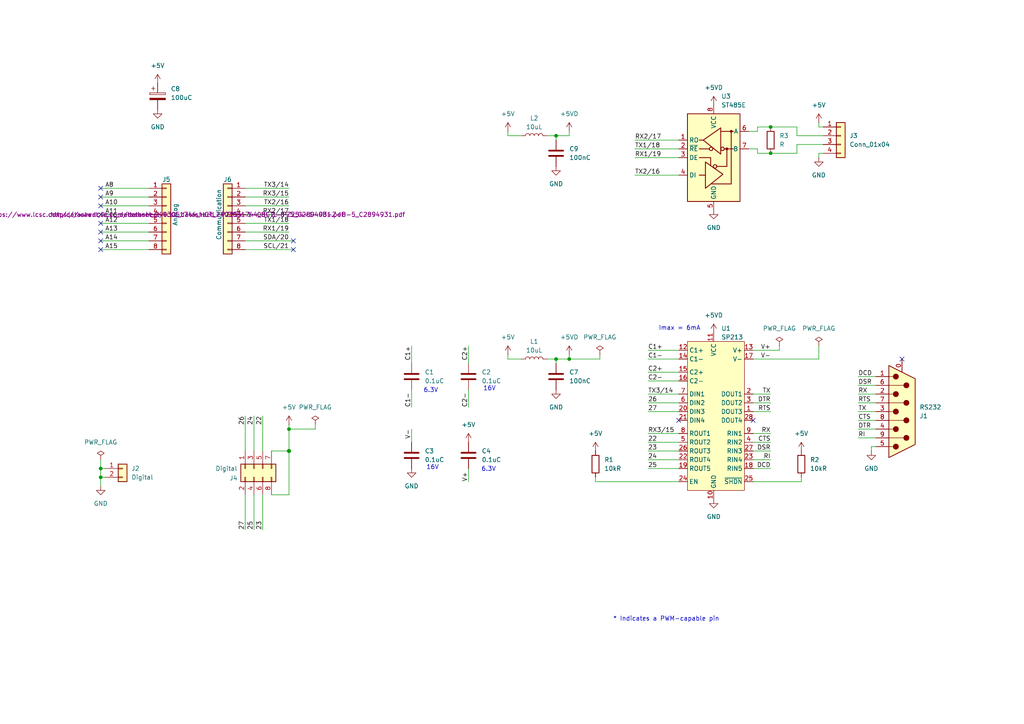
<source format=kicad_sch>
(kicad_sch (version 20231120) (generator "eeschema") (generator_version "8.0")
  (paper "A4")
  (title_block (date "mar. 31 mars 2015"))
  (lib_symbols
    (symbol "+5V_1" (power) (pin_numbers hide) (pin_names (offset 0) hide)
      (property "Value" "+5V" (at 0 3.556 0))
      (symbol "+5V_1_0_1"
        (polyline (pts (xy -0.762 1.27) (xy 0 2.54)))
        (polyline (pts (xy 0 0) (xy 0 2.54)))
        (polyline (pts (xy 0 2.54) (xy 0.762 1.27)))
      )
      (symbol "+5V_1_1_1"
        (pin power_in line (at 0 0 90) (length 0) (name "~") (number "1"))
      )
    )
    (symbol "Connector:DE9_Plug_MountingHoles" (pin_names (offset 1.016) hide)
      (property "Reference" "J" (at 0 16.51 0))
      (property "Value" "DE9_Plug_MountingHoles" (at 0 14.605 0))
      (symbol "DE9_Plug_MountingHoles_0_1"
        (circle (center -1.778 -10.16) (radius 0.762) (fill (type outline)))
        (circle (center -1.778 -5.08) (radius 0.762) (fill (type outline)))
        (circle (center -1.778 0) (radius 0.762) (fill (type outline)))
        (circle (center -1.778 5.08) (radius 0.762) (fill (type outline)))
        (circle (center -1.778 10.16) (radius 0.762) (fill (type outline)))
        (polyline (pts (xy -3.81 -10.16) (xy -2.54 -10.16)))
        (polyline (pts (xy -3.81 -7.62) (xy 0.508 -7.62)))
        (polyline (pts (xy -3.81 -5.08) (xy -2.54 -5.08)))
        (polyline (pts (xy -3.81 -2.54) (xy 0.508 -2.54)))
        (polyline (pts (xy -3.81 0) (xy -2.54 0)))
        (polyline (pts (xy -3.81 2.54) (xy 0.508 2.54)))
        (polyline (pts (xy -3.81 5.08) (xy -2.54 5.08)))
        (polyline (pts (xy -3.81 7.62) (xy 0.508 7.62)))
        (polyline (pts (xy -3.81 10.16) (xy -2.54 10.16)))
        (polyline (pts (xy -3.81 -13.335) (xy -3.81 13.335) (xy 3.81 9.525) (xy 3.81 -9.525) (xy -3.81 -13.335)) (stroke (width 0.254)) (fill (type background)))
        (circle (center 1.27 -7.62) (radius 0.762) (fill (type outline)))
        (circle (center 1.27 -2.54) (radius 0.762) (fill (type outline)))
        (circle (center 1.27 2.54) (radius 0.762) (fill (type outline)))
        (circle (center 1.27 7.62) (radius 0.762) (fill (type outline)))
      )
      (symbol "DE9_Plug_MountingHoles_1_1"
        (pin passive line (at 0 -15.24 90) (length 3.81) (name "PAD") (number "0"))
        (pin passive line (at -7.62 -10.16 0) (length 3.81) (name "1") (number "1"))
        (pin passive line (at -7.62 -5.08 0) (length 3.81) (name "2") (number "2"))
        (pin passive line (at -7.62 0 0) (length 3.81) (name "3") (number "3"))
        (pin passive line (at -7.62 5.08 0) (length 3.81) (name "4") (number "4"))
        (pin passive line (at -7.62 10.16 0) (length 3.81) (name "5") (number "5"))
        (pin passive line (at -7.62 -7.62 0) (length 3.81) (name "6") (number "6"))
        (pin passive line (at -7.62 -2.54 0) (length 3.81) (name "7") (number "7"))
        (pin passive line (at -7.62 2.54 0) (length 3.81) (name "8") (number "8"))
        (pin passive line (at -7.62 7.62 0) (length 3.81) (name "9") (number "9"))
      )
    )
    (symbol "Connector_Generic:Conn_01x02" (pin_names (offset 1.016) hide)
      (property "Reference" "J" (at 0 2.54 0))
      (property "Value" "Conn_01x02" (at 0 -5.08 0))
      (symbol "Conn_01x02_1_1"
        (rectangle (start -1.27 -2.413) (end 0 -2.667) (stroke (width 0.1524)))
        (rectangle (start -1.27 0.127) (end 0 -0.127) (stroke (width 0.1524)))
        (rectangle (start -1.27 1.27) (end 1.27 -3.81) (stroke (width 0.254)) (fill (type background)))
        (pin passive line (at -5.08 0 0) (length 3.81) (name "Pin_1") (number "1"))
        (pin passive line (at -5.08 -2.54 0) (length 3.81) (name "Pin_2") (number "2"))
      )
    )
    (symbol "Connector_Generic:Conn_01x04" (pin_names (offset 1.016) hide)
      (property "Reference" "J" (at 0 5.08 0))
      (property "Value" "Conn_01x04" (at 0 -7.62 0))
      (symbol "Conn_01x04_1_1"
        (rectangle (start -1.27 -4.953) (end 0 -5.207) (stroke (width 0.1524)))
        (rectangle (start -1.27 -2.413) (end 0 -2.667) (stroke (width 0.1524)))
        (rectangle (start -1.27 0.127) (end 0 -0.127) (stroke (width 0.1524)))
        (rectangle (start -1.27 2.667) (end 0 2.413) (stroke (width 0.1524)))
        (rectangle (start -1.27 3.81) (end 1.27 -6.35) (stroke (width 0.254)) (fill (type background)))
        (pin passive line (at -5.08 2.54 0) (length 3.81) (name "Pin_1") (number "1"))
        (pin passive line (at -5.08 0 0) (length 3.81) (name "Pin_2") (number "2"))
        (pin passive line (at -5.08 -2.54 0) (length 3.81) (name "Pin_3") (number "3"))
        (pin passive line (at -5.08 -5.08 0) (length 3.81) (name "Pin_4") (number "4"))
      )
    )
    (symbol "Connector_Generic:Conn_01x08" (pin_names (offset 1.016) hide)
      (property "Reference" "J" (at 0 10.16 0))
      (property "Value" "Conn_01x08" (at 0 -12.7 0))
      (symbol "Conn_01x08_1_1"
        (rectangle (start -1.27 -10.033) (end 0 -10.287) (stroke (width 0.1524)))
        (rectangle (start -1.27 -7.493) (end 0 -7.747) (stroke (width 0.1524)))
        (rectangle (start -1.27 -4.953) (end 0 -5.207) (stroke (width 0.1524)))
        (rectangle (start -1.27 -2.413) (end 0 -2.667) (stroke (width 0.1524)))
        (rectangle (start -1.27 0.127) (end 0 -0.127) (stroke (width 0.1524)))
        (rectangle (start -1.27 2.667) (end 0 2.413) (stroke (width 0.1524)))
        (rectangle (start -1.27 5.207) (end 0 4.953) (stroke (width 0.1524)))
        (rectangle (start -1.27 7.747) (end 0 7.493) (stroke (width 0.1524)))
        (rectangle (start -1.27 8.89) (end 1.27 -11.43) (stroke (width 0.254)) (fill (type background)))
        (pin passive line (at -5.08 7.62 0) (length 3.81) (name "Pin_1") (number "1"))
        (pin passive line (at -5.08 5.08 0) (length 3.81) (name "Pin_2") (number "2"))
        (pin passive line (at -5.08 2.54 0) (length 3.81) (name "Pin_3") (number "3"))
        (pin passive line (at -5.08 0 0) (length 3.81) (name "Pin_4") (number "4"))
        (pin passive line (at -5.08 -2.54 0) (length 3.81) (name "Pin_5") (number "5"))
        (pin passive line (at -5.08 -5.08 0) (length 3.81) (name "Pin_6") (number "6"))
        (pin passive line (at -5.08 -7.62 0) (length 3.81) (name "Pin_7") (number "7"))
        (pin passive line (at -5.08 -10.16 0) (length 3.81) (name "Pin_8") (number "8"))
      )
    )
    (symbol "Connector_Generic:Conn_02x04_Odd_Even" (pin_names (offset 1.016) hide)
      (property "Reference" "J" (at 1.27 5.08 0))
      (property "Value" "Conn_02x04_Odd_Even" (at 1.27 -7.62 0))
      (symbol "Conn_02x04_Odd_Even_1_1"
        (rectangle (start -1.27 -4.953) (end 0 -5.207) (stroke (width 0.1524)))
        (rectangle (start -1.27 -2.413) (end 0 -2.667) (stroke (width 0.1524)))
        (rectangle (start -1.27 0.127) (end 0 -0.127) (stroke (width 0.1524)))
        (rectangle (start -1.27 2.667) (end 0 2.413) (stroke (width 0.1524)))
        (rectangle (start -1.27 3.81) (end 3.81 -6.35) (stroke (width 0.254)) (fill (type background)))
        (rectangle (start 3.81 -4.953) (end 2.54 -5.207) (stroke (width 0.1524)))
        (rectangle (start 3.81 -2.413) (end 2.54 -2.667) (stroke (width 0.1524)))
        (rectangle (start 3.81 0.127) (end 2.54 -0.127) (stroke (width 0.1524)))
        (rectangle (start 3.81 2.667) (end 2.54 2.413) (stroke (width 0.1524)))
        (pin passive line (at -5.08 2.54 0) (length 3.81) (name "Pin_1") (number "1"))
        (pin passive line (at 7.62 2.54 180) (length 3.81) (name "Pin_2") (number "2"))
        (pin passive line (at -5.08 0 0) (length 3.81) (name "Pin_3") (number "3"))
        (pin passive line (at 7.62 0 180) (length 3.81) (name "Pin_4") (number "4"))
        (pin passive line (at -5.08 -2.54 0) (length 3.81) (name "Pin_5") (number "5"))
        (pin passive line (at 7.62 -2.54 180) (length 3.81) (name "Pin_6") (number "6"))
        (pin passive line (at -5.08 -5.08 0) (length 3.81) (name "Pin_7") (number "7"))
        (pin passive line (at 7.62 -5.08 180) (length 3.81) (name "Pin_8") (number "8"))
      )
    )
    (symbol "Device:C" (pin_numbers hide) (pin_names (offset 0.254))
      (property "Reference" "C" (at 0.635 2.54 0))
      (property "Value" "C" (at 0.635 -2.54 0))
      (symbol "C_0_1"
        (polyline (pts (xy -2.032 -0.762) (xy 2.032 -0.762)) (stroke (width 0.508)))
        (polyline (pts (xy -2.032 0.762) (xy 2.032 0.762)) (stroke (width 0.508)))
      )
      (symbol "C_1_1"
        (pin passive line (at 0 3.81 270) (length 2.794) (name "~") (number "1"))
        (pin passive line (at 0 -3.81 90) (length 2.794) (name "~") (number "2"))
      )
    )
    (symbol "Device:C_Polarized" (pin_numbers hide) (pin_names (offset 0.254))
      (property "Reference" "C" (at 0.635 2.54 0))
      (property "Value" "C_Polarized" (at 0.635 -2.54 0))
      (symbol "C_Polarized_0_1"
        (rectangle (start -2.286 0.508) (end 2.286 1.016))
        (polyline (pts (xy -1.778 2.286) (xy -0.762 2.286)))
        (polyline (pts (xy -1.27 2.794) (xy -1.27 1.778)))
        (rectangle (start 2.286 -0.508) (end -2.286 -1.016) (fill (type outline)))
      )
      (symbol "C_Polarized_1_1"
        (pin passive line (at 0 3.81 270) (length 2.794) (name "~") (number "1"))
        (pin passive line (at 0 -3.81 90) (length 2.794) (name "~") (number "2"))
      )
    )
    (symbol "Device:L" (pin_numbers hide) (pin_names (offset 1.016) hide)
      (property "Reference" "L" (at -1.27 0 90))
      (property "Value" "L" (at 1.905 0 90))
      (symbol "L_0_1"
        (arc (start 0 -2.54) (mid 0.6323 -1.905) (end 0 -1.27))
        (arc (start 0 -1.27) (mid 0.6323 -0.635) (end 0 0))
        (arc (start 0 0) (mid 0.6323 0.635) (end 0 1.27))
        (arc (start 0 1.27) (mid 0.6323 1.905) (end 0 2.54))
      )
      (symbol "L_1_1"
        (pin passive line (at 0 3.81 270) (length 1.27) (name "1") (number "1"))
        (pin passive line (at 0 -3.81 90) (length 1.27) (name "2") (number "2"))
      )
    )
    (symbol "Device:R" (pin_numbers hide) (pin_names (offset 0))
      (property "Reference" "R" (at 2.032 0 90))
      (property "Value" "R" (at 0 0 90))
      (symbol "R_0_1"
        (rectangle (start -1.016 -2.54) (end 1.016 2.54) (stroke (width 0.254)))
      )
      (symbol "R_1_1"
        (pin passive line (at 0 3.81 270) (length 1.27) (name "~") (number "1"))
        (pin passive line (at 0 -3.81 90) (length 1.27) (name "~") (number "2"))
      )
    )
    (symbol "GND_1" (power) (pin_numbers hide) (pin_names (offset 0) hide)
      (property "Value" "GND" (at 0 -3.81 0))
      (symbol "GND_1_0_1"
        (polyline (pts (xy 0 0) (xy 0 -1.27) (xy 1.27 -1.27) (xy 0 -2.54) (xy -1.27 -1.27) (xy 0 -1.27)))
      )
      (symbol "GND_1_1_1"
        (pin power_in line (at 0 0 270) (length 0) (name "~") (number "1"))
      )
    )
    (symbol "GND_2" (power) (pin_numbers hide) (pin_names (offset 0) hide)
      (property "Value" "GND" (at 0 -3.81 0))
      (symbol "GND_2_0_1"
        (polyline (pts (xy 0 0) (xy 0 -1.27) (xy 1.27 -1.27) (xy 0 -2.54) (xy -1.27 -1.27) (xy 0 -1.27)))
      )
      (symbol "GND_2_1_1"
        (pin power_in line (at 0 0 270) (length 0) (name "~") (number "1"))
      )
    )
    (symbol "Interface_UART:ST485E"
      (property "Reference" "U" (at -6.985 13.97 0))
      (property "Value" "ST485E" (at 2.54 13.97 0))
      (symbol "ST485E_0_1"
        (rectangle (start -7.62 12.7) (end 7.62 -12.7) (stroke (width 0.254)) (fill (type background)))
        (polyline (pts (xy -4.191 2.54) (xy -1.27 2.54)) (stroke (width 0.254)))
        (polyline (pts (xy -2.54 -5.08) (xy -4.191 -5.08)) (stroke (width 0.254)))
        (polyline (pts (xy -0.635 -7.62) (xy 5.08 -7.62)) (stroke (width 0.254)))
        (polyline (pts (xy 0.889 -2.54) (xy 3.81 -2.54)) (stroke (width 0.254)))
        (polyline (pts (xy 2.032 7.62) (xy 5.715 7.62)) (stroke (width 0.254)))
        (polyline (pts (xy 3.048 2.54) (xy 5.715 2.54)) (stroke (width 0.254)))
        (polyline (pts (xy 3.81 -2.54) (xy 3.81 2.54)) (stroke (width 0.254)))
        (polyline (pts (xy 5.08 -7.62) (xy 5.08 7.62)) (stroke (width 0.254)))
        (polyline (pts (xy -4.191 0) (xy -0.889 0) (xy -0.889 -2.286)) (stroke (width 0.254)))
        (polyline (pts (xy -3.175 5.08) (xy -4.191 5.08) (xy -4.064 5.08)) (stroke (width 0.254)))
        (polyline (pts (xy -2.413 -5.08) (xy -2.413 -1.27) (xy 2.667 -4.826) (xy -2.413 -8.89) (xy -2.413 -5.08)) (stroke (width 0.254)))
        (circle (center 0.381 -2.54) (radius 0.508) (stroke (width 0.254)))
        (circle (center 3.81 2.54) (radius 0.2794) (stroke (width 0.254)) (fill (type outline)))
      )
      (symbol "ST485E_1_1"
        (circle (center -0.762 2.54) (radius 0.508) (stroke (width 0.254)))
        (polyline (pts (xy 2.032 4.826) (xy 2.032 8.636) (xy -3.048 5.08) (xy 2.032 1.016) (xy 2.032 4.826)) (stroke (width 0.254)))
        (circle (center 2.54 2.54) (radius 0.508) (stroke (width 0.254)))
        (circle (center 5.08 7.62) (radius 0.2794) (stroke (width 0.254)) (fill (type outline)))
        (pin output line (at -10.16 5.08 0) (length 2.54) (name "RO") (number "1"))
        (pin input line (at -10.16 2.54 0) (length 2.54) (name "~{RE}") (number "2"))
        (pin input line (at -10.16 0 0) (length 2.54) (name "DE") (number "3"))
        (pin input line (at -10.16 -5.08 0) (length 2.54) (name "DI") (number "4"))
        (pin power_in line (at 0 -15.24 90) (length 2.54) (name "GND") (number "5"))
        (pin bidirectional line (at 10.16 7.62 180) (length 2.54) (name "A") (number "6"))
        (pin bidirectional line (at 10.16 2.54 180) (length 2.54) (name "B") (number "7"))
        (pin power_in line (at 0 15.24 270) (length 2.54) (name "VCC") (number "8"))
      )
    )
    (symbol "Interface_UART_custom:MAX213"
      (property "Reference" "U" (at 3.556 22.86 0))
      (symbol "MAX213_0_1"
        (rectangle (start -7.62 21.59) (end 8.89 -21.59) (fill (type background)))
      )
      (symbol "MAX213_1_1"
        (pin output line (at 11.43 1.27 180) (length 2.54) (name "DOUT3") (number "1"))
        (pin power_in line (at 0 -24.13 90) (length 2.54) (name "GND") (number "10"))
        (pin power_in line (at 0 24.13 270) (length 2.54) (name "VCC") (number "11"))
        (pin passive line (at -10.16 19.05 0) (length 2.54) (name "C1+") (number "12"))
        (pin power_in line (at 11.43 19.05 180) (length 2.54) (name "V+") (number "13"))
        (pin passive line (at -10.16 16.51 0) (length 2.54) (name "C1-") (number "14"))
        (pin passive line (at -10.16 12.7 0) (length 2.54) (name "C2+") (number "15"))
        (pin passive line (at -10.16 10.16 0) (length 2.54) (name "C2-") (number "16"))
        (pin power_in line (at 11.43 16.51 180) (length 2.54) (name "V-") (number "17"))
        (pin input line (at 11.43 -15.24 180) (length 2.54) (name "RIN5") (number "18"))
        (pin output line (at -10.16 -15.24 0) (length 2.54) (name "ROUT5") (number "19"))
        (pin output line (at 11.43 6.35 180) (length 2.54) (name "DOUT1") (number "2"))
        (pin input line (at -10.16 1.27 0) (length 2.54) (name "DIN3") (number "20"))
        (pin input line (at -10.16 -1.27 0) (length 2.54) (name "DIN4") (number "21"))
        (pin output line (at -10.16 -12.7 0) (length 2.54) (name "ROUT4") (number "22"))
        (pin input line (at 11.43 -12.7 180) (length 2.54) (name "RIN4") (number "23"))
        (pin input line (at -10.16 -19.05 0) (length 2.54) (name "EN") (number "24"))
        (pin input line (at 11.43 -19.05 180) (length 2.54) (name "~{SHDN}") (number "25"))
        (pin output line (at -10.16 -10.16 0) (length 2.54) (name "ROUT3") (number "26"))
        (pin input line (at 11.43 -10.16 180) (length 2.54) (name "RIN3") (number "27"))
        (pin output line (at 11.43 -1.27 180) (length 2.54) (name "DOUT4") (number "28"))
        (pin output line (at 11.43 3.81 180) (length 2.54) (name "DOUT2") (number "3"))
        (pin input line (at 11.43 -7.62 180) (length 2.54) (name "RIN2") (number "4"))
        (pin output line (at -10.16 -7.62 0) (length 2.54) (name "ROUT2") (number "5"))
        (pin input line (at -10.16 3.81 0) (length 2.54) (name "DIN2") (number "6"))
        (pin input line (at -10.16 6.35 0) (length 2.54) (name "DIN1") (number "7"))
        (pin output line (at -10.16 -5.08 0) (length 2.54) (name "ROUT1") (number "8"))
        (pin input line (at 11.43 -5.08 180) (length 2.54) (name "RIN1") (number "9"))
      )
    )
    (symbol "power:+5VD" (power) (pin_numbers hide) (pin_names (offset 0) hide)
      (property "Value" "+5VD" (at 0 3.556 0))
      (symbol "+5VD_0_1"
        (polyline (pts (xy -0.762 1.27) (xy 0 2.54)))
        (polyline (pts (xy 0 0) (xy 0 2.54)))
        (polyline (pts (xy 0 2.54) (xy 0.762 1.27)))
      )
      (symbol "+5VD_1_1"
        (pin power_in line (at 0 0 90) (length 0) (name "~") (number "1"))
      )
    )
    (symbol "power:PWR_FLAG" (power) (pin_numbers hide) (pin_names (offset 0) hide)
      (property "Value" "PWR_FLAG" (at 0 3.81 0))
      (symbol "PWR_FLAG_0_0"
        (pin power_out line (at 0 0 90) (length 0) (name "~") (number "1"))
      )
      (symbol "PWR_FLAG_0_1"
        (polyline (pts (xy 0 0) (xy 0 1.27) (xy -1.016 1.905) (xy 0 2.54) (xy 1.016 1.905) (xy 0 1.27)))
      )
    )
  )
  (junction (at 83.82 130.81) (diameter 1.016))
  (junction (at 161.29 104.14))
  (junction (at 223.52 36.83))
  (junction (at 165.1 104.14))
  (junction (at 223.52 44.45))
  (junction (at 83.82 124.46))
  (junction (at 29.21 138.43))
  (junction (at 29.21 135.89))
  (junction (at 161.29 39.37))
  (no_connect (at 196.85 121.92))
  (no_connect (at 218.44 121.92))
  (no_connect (at 29.21 62.23))
  (no_connect (at 29.21 64.77))
  (no_connect (at 261.62 104.14))
  (no_connect (at 85.09 69.85))
  (no_connect (at 29.21 57.15))
  (no_connect (at 29.21 72.39))
  (no_connect (at 85.09 72.39))
  (no_connect (at 29.21 67.31))
  (no_connect (at 29.21 54.61))
  (no_connect (at 29.21 69.85))
  (no_connect (at 29.21 59.69))
  (wire (pts (xy 219.71 36.83) (xy 223.52 36.83)))
  (wire (pts (xy 196.85 128.27) (xy 187.96 128.27)))
  (wire (pts (xy 83.82 143.51) (xy 78.74 143.51)))
  (wire (pts (xy 238.76 39.37) (xy 231.14 39.37)))
  (wire (pts (xy 254 116.84) (xy 248.92 116.84)))
  (wire (pts (xy 71.12 143.51) (xy 71.12 153.67)))
  (wire (pts (xy 76.2 143.51) (xy 76.2 153.67)))
  (wire (pts (xy 248.92 109.22) (xy 254 109.22)))
  (wire (pts (xy 71.12 59.69) (xy 83.82 59.69)))
  (wire (pts (xy 248.92 114.3) (xy 254 114.3)))
  (wire (pts (xy 254 119.38) (xy 248.92 119.38)))
  (wire (pts (xy 223.52 116.84) (xy 218.44 116.84)))
  (wire (pts (xy 196.85 114.3) (xy 187.96 114.3)))
  (wire (pts (xy 252.73 129.54) (xy 252.73 130.81)))
  (wire (pts (xy 223.52 130.81) (xy 218.44 130.81)))
  (wire (pts (xy 237.49 44.45) (xy 237.49 45.72)))
  (wire (pts (xy 173.99 104.14) (xy 165.1 104.14)))
  (wire (pts (xy 29.21 138.43) (xy 29.21 140.97)))
  (wire (pts (xy 219.71 38.1) (xy 217.17 38.1)))
  (wire (pts (xy 135.89 100.33) (xy 135.89 105.41)))
  (wire (pts (xy 187.96 107.95) (xy 196.85 107.95)))
  (wire (pts (xy 119.38 113.03) (xy 119.38 118.11)))
  (wire (pts (xy 29.21 72.39) (xy 43.18 72.39)))
  (wire (pts (xy 83.82 123.19) (xy 83.82 124.46)))
  (wire (pts (xy 71.12 120.65) (xy 71.12 130.81)))
  (wire (pts (xy 172.72 138.43) (xy 172.72 139.7)))
  (wire (pts (xy 173.99 102.87) (xy 173.99 104.14)))
  (wire (pts (xy 172.72 139.7) (xy 196.85 139.7)))
  (wire (pts (xy 43.18 69.85) (xy 29.21 69.85)))
  (wire (pts (xy 29.21 133.35) (xy 29.21 135.89)))
  (wire (pts (xy 29.21 135.89) (xy 29.21 138.43)))
  (wire (pts (xy 184.15 45.72) (xy 196.85 45.72)))
  (wire (pts (xy 71.12 67.31) (xy 83.82 67.31)))
  (wire (pts (xy 218.44 139.7) (xy 232.41 139.7)))
  (wire (pts (xy 165.1 38.1) (xy 165.1 39.37)))
  (wire (pts (xy 184.15 40.64) (xy 196.85 40.64)))
  (wire (pts (xy 219.71 44.45) (xy 223.52 44.45)))
  (wire (pts (xy 161.29 104.14) (xy 165.1 104.14)))
  (wire (pts (xy 73.66 143.51) (xy 73.66 153.67)))
  (wire (pts (xy 218.44 119.38) (xy 223.52 119.38)))
  (wire (pts (xy 238.76 44.45) (xy 237.49 44.45)))
  (wire (pts (xy 219.71 43.18) (xy 217.17 43.18)))
  (wire (pts (xy 254 129.54) (xy 252.73 129.54)))
  (wire (pts (xy 196.85 125.73) (xy 187.96 125.73)))
  (wire (pts (xy 83.82 130.81) (xy 83.82 143.51)))
  (wire (pts (xy 231.14 41.91) (xy 238.76 41.91)))
  (wire (pts (xy 237.49 35.56) (xy 237.49 36.83)))
  (wire (pts (xy 231.14 36.83) (xy 223.52 36.83)))
  (wire (pts (xy 76.2 120.65) (xy 76.2 130.81)))
  (wire (pts (xy 29.21 138.43) (xy 30.48 138.43)))
  (wire (pts (xy 83.82 124.46) (xy 83.82 130.81)))
  (wire (pts (xy 196.85 110.49) (xy 187.96 110.49)))
  (wire (pts (xy 254 121.92) (xy 248.92 121.92)))
  (wire (pts (xy 71.12 57.15) (xy 83.82 57.15)))
  (wire (pts (xy 196.85 104.14) (xy 187.96 104.14)))
  (wire (pts (xy 196.85 130.81) (xy 187.96 130.81)))
  (wire (pts (xy 161.29 39.37) (xy 161.29 40.64)))
  (wire (pts (xy 158.75 104.14) (xy 161.29 104.14)))
  (wire (pts (xy 71.12 72.39) (xy 85.09 72.39)))
  (wire (pts (xy 196.85 135.89) (xy 187.96 135.89)))
  (wire (pts (xy 71.12 64.77) (xy 83.82 64.77)))
  (wire (pts (xy 29.21 62.23) (xy 43.18 62.23)))
  (wire (pts (xy 135.89 135.89) (xy 135.89 139.7)))
  (wire (pts (xy 165.1 102.87) (xy 165.1 104.14)))
  (wire (pts (xy 184.15 43.18) (xy 196.85 43.18)))
  (wire (pts (xy 226.06 100.33) (xy 226.06 101.6)))
  (wire (pts (xy 71.12 54.61) (xy 83.82 54.61)))
  (wire (pts (xy 196.85 116.84) (xy 187.96 116.84)))
  (wire (pts (xy 219.71 44.45) (xy 219.71 43.18)))
  (wire (pts (xy 218.44 128.27) (xy 223.52 128.27)))
  (wire (pts (xy 91.44 123.19) (xy 91.44 124.46)))
  (wire (pts (xy 73.66 120.65) (xy 73.66 130.81)))
  (wire (pts (xy 119.38 100.33) (xy 119.38 105.41)))
  (wire (pts (xy 223.52 135.89) (xy 218.44 135.89)))
  (wire (pts (xy 30.48 135.89) (xy 29.21 135.89)))
  (wire (pts (xy 91.44 124.46) (xy 83.82 124.46)))
  (wire (pts (xy 119.38 124.46) (xy 119.38 128.27)))
  (wire (pts (xy 237.49 100.33) (xy 237.49 104.14)))
  (wire (pts (xy 158.75 39.37) (xy 161.29 39.37)))
  (wire (pts (xy 196.85 133.35) (xy 187.96 133.35)))
  (wire (pts (xy 43.18 59.69) (xy 29.21 59.69)))
  (wire (pts (xy 218.44 104.14) (xy 237.49 104.14)))
  (wire (pts (xy 78.74 130.81) (xy 83.82 130.81)))
  (wire (pts (xy 135.89 113.03) (xy 135.89 118.11)))
  (wire (pts (xy 71.12 62.23) (xy 83.82 62.23)))
  (wire (pts (xy 29.21 67.31) (xy 43.18 67.31)))
  (wire (pts (xy 219.71 36.83) (xy 219.71 38.1)))
  (wire (pts (xy 218.44 114.3) (xy 223.52 114.3)))
  (wire (pts (xy 231.14 44.45) (xy 231.14 41.91)))
  (wire (pts (xy 29.21 57.15) (xy 43.18 57.15)))
  (wire (pts (xy 248.92 124.46) (xy 254 124.46)))
  (wire (pts (xy 161.29 39.37) (xy 165.1 39.37)))
  (wire (pts (xy 254 127) (xy 248.92 127)))
  (wire (pts (xy 161.29 104.14) (xy 161.29 105.41)))
  (wire (pts (xy 71.12 69.85) (xy 85.09 69.85)))
  (wire (pts (xy 147.32 102.87) (xy 147.32 104.14)))
  (wire (pts (xy 223.52 125.73) (xy 218.44 125.73)))
  (wire (pts (xy 43.18 54.61) (xy 29.21 54.61)))
  (wire (pts (xy 147.32 38.1) (xy 147.32 39.37)))
  (wire (pts (xy 218.44 133.35) (xy 223.52 133.35)))
  (wire (pts (xy 147.32 104.14) (xy 151.13 104.14)))
  (wire (pts (xy 248.92 111.76) (xy 254 111.76)))
  (wire (pts (xy 223.52 44.45) (xy 231.14 44.45)))
  (wire (pts (xy 218.44 101.6) (xy 226.06 101.6)))
  (wire (pts (xy 187.96 101.6) (xy 196.85 101.6)))
  (wire (pts (xy 237.49 36.83) (xy 238.76 36.83)))
  (wire (pts (xy 147.32 39.37) (xy 151.13 39.37)))
  (wire (pts (xy 196.85 119.38) (xy 187.96 119.38)))
  (wire (pts (xy 184.15 50.8) (xy 196.85 50.8)))
  (wire (pts (xy 231.14 39.37) (xy 231.14 36.83)))
  (wire (pts (xy 43.18 64.77) (xy 29.21 64.77)))
  (wire (pts (xy 232.41 139.7) (xy 232.41 138.43)))
  (text "6.3V" (at 141.732 136.144 0) (effects (font (size 1.27 1.27))))
  (text "16V" (at 125.476 135.636 0) (effects (font (size 1.27 1.27))))
  (text "16V" (at 141.986 112.776 0) (effects (font (size 1.27 1.27))))
  (text "Imax = 6mA" (at 197.104 95.25 0) (effects (font (size 1.27 1.27))))
  (text "* Indicates a PWM-capable pin" (at 177.8 180.34 0) (effects (font (size 1.27 1.27)) (justify left bottom)))
  (text "6.3V" (at 124.968 113.284 0) (effects (font (size 1.27 1.27))))
  (label "A10" (at 30.48 59.69 0))
  (label "TX" (at 223.52 114.3 180))
  (label "A15" (at 30.48 72.39 0))
  (label "C1+" (at 187.96 101.6 0))
  (label "RX2{slash}17" (at 83.82 62.23 180))
  (label "RX" (at 223.52 125.73 180))
  (label "DTR" (at 223.52 116.84 180))
  (label "26" (at 71.12 120.65 270))
  (label "SDA{slash}20" (at 83.82 69.85 180))
  (label "C2-" (at 187.96 110.49 0))
  (label "V+" (at 135.89 139.7 90))
  (label "TX" (at 248.92 119.38 0))
  (label "27" (at 187.96 119.38 0))
  (label "RI" (at 223.52 133.35 180))
  (label "V-" (at 119.38 124.46 270))
  (label "TX1{slash}18" (at 83.82 64.77 180))
  (label "RX2{slash}17" (at 184.15 40.64 0))
  (label "25" (at 73.66 153.67 90))
  (label "DCD" (at 248.92 109.22 0))
  (label "22" (at 187.96 128.27 0))
  (label "C2-" (at 135.89 118.11 90))
  (label "TX2{slash}16" (at 184.15 50.8 0))
  (label "RX" (at 248.92 114.3 0))
  (label "CTS" (at 248.92 121.92 0))
  (label "C1-" (at 119.38 118.11 90))
  (label "V-" (at 223.52 104.14 180))
  (label "A13" (at 30.48 67.31 0))
  (label "24" (at 73.66 120.65 270))
  (label "27" (at 71.12 153.67 90))
  (label "23" (at 76.2 153.67 90))
  (label "TX3{slash}14" (at 187.96 114.3 0))
  (label "V+" (at 223.52 101.6 180))
  (label "C2+" (at 135.89 100.33 270))
  (label "C1+" (at 119.38 100.33 270))
  (label "DSR" (at 248.92 111.76 0))
  (label "A9" (at 30.48 57.15 0))
  (label "TX1{slash}18" (at 184.15 43.18 0))
  (label "23" (at 187.96 130.81 0))
  (label "DTR" (at 248.92 124.46 0))
  (label "RX1{slash}19" (at 83.82 67.31 180))
  (label "26" (at 187.96 116.84 0))
  (label "RTS" (at 248.92 116.84 0))
  (label "A14" (at 30.48 69.85 0))
  (label "A8" (at 30.48 54.61 0))
  (label "22" (at 76.2 120.65 270))
  (label "RX3{slash}15" (at 187.96 125.73 0))
  (label "24" (at 187.96 133.35 0))
  (label "RI" (at 248.92 127 0))
  (label "TX2{slash}16" (at 83.82 59.69 180))
  (label "25" (at 187.96 135.89 0))
  (label "C1-" (at 187.96 104.14 0))
  (label "DSR" (at 223.52 130.81 180))
  (label "RTS" (at 223.52 119.38 180))
  (label "A11" (at 30.48 62.23 0))
  (label "CTS" (at 223.52 128.27 180))
  (label "RX3{slash}15" (at 83.82 57.15 180))
  (label "C2+" (at 187.96 107.95 0))
  (label "TX3{slash}14" (at 83.82 54.61 180))
  (label "DCD" (at 223.52 135.89 180))
  (label "RX1{slash}19" (at 184.15 45.72 0))
  (label "A12" (at 30.48 64.77 0))
  (label "SCL{slash}21" (at 83.82 72.39 180))
  (symbol (lib_id "Connector_Generic:Conn_01x08") (at 48.26 62.23 0) (unit 1)
    (property "Reference" "J5" (at 48.26 52.07 0))
    (property "Value" "Analog" (at 50.8 62.23 90))
    (property "Footprint" "Connector_PinSocket_2.54mm:PinSocket_1x08_P2.54mm_Vertical" (effects (hide yes)))
    (property "Datasheet" "https://www.lcsc.com/datasheet/lcsc_datasheet_2403051744_HCTL-PZ254-1-08-Z-8-5_C2894931.pdf" (at 48.26 62.23 0))
    (property "MPN" "PZ254-1-08-Z-8.5" (effects (hide yes)))
    (property "Status" "OK" (effects (hide yes)))
  )
  (symbol (lib_id "Connector_Generic:Conn_01x08") (at 66.04 62.23 0) (mirror y) (unit 1)
    (property "Reference" "J6" (at 66.04 52.07 0))
    (property "Value" "Communication" (at 63.5 62.23 90))
    (property "Footprint" "Connector_PinSocket_2.54mm:PinSocket_1x08_P2.54mm_Vertical" (effects (hide yes)))
    (property "Datasheet" "https://www.lcsc.com/datasheet/lcsc_datasheet_2403051744_HCTL-PZ254-1-08-Z-8-5_C2894931.pdf" (at 66.04 62.23 0))
    (property "MPN" "PZ254-1-08-Z-8.5" (effects (hide yes)))
    (property "Status" "OK" (effects (hide yes)))
  )
  (symbol (lib_id "Device:L") (at 154.94 104.14 90) (unit 1)
    (property "Reference" "L1" (at 154.94 99.06 90))
    (property "Value" "10uL" (at 154.94 101.6 90))
    (property "Footprint" "Inductor_SMD:L_0805_2012Metric" (effects (hide yes)))
    (property "Datasheet" "https://www.lcsc.com/datasheet/lcsc_datasheet_2304140030_Murata-Electronics-LQM21FN100M80L_C162582.pdf" (effects (hide yes)))
    (property "Description" "Inductor" (effects (hide yes)))
    (property "Status" "OK" (effects (hide yes)))
    (property "MPN" "LQM21FN100M80L" (effects (hide yes)))
  )
  (symbol (lib_id "Device:R") (at 223.52 40.64 0) (unit 1)
    (property "Reference" "R3" (at 226.06 39.3699 0) (effects (justify left)))
    (property "Value" "R" (at 226.06 41.9099 0) (effects (justify left)))
    (property "Description" "Resistor" (effects (hide yes)))
  )
  (symbol (lib_id "Connector_Generic:Conn_01x02") (at 35.56 135.89 0) (unit 1)
    (property "Reference" "J2" (at 38.1 135.8899 0) (effects (justify left)))
    (property "Value" "Digital" (at 38.1 138.4299 0) (effects (justify left)))
    (property "Footprint" "Connector_PinSocket_2.54mm:PinSocket_1x02_P2.54mm_Vertical" (effects (hide yes)))
    (property "Datasheet" "https://www.lcsc.com/datasheet/lcsc_datasheet_2306091005_HCTL-PM254-1-02-Z-8-5_C2897365.pdf" (effects (hide yes)))
    (property "Description" "Generic connector, single row, 01x02, script generated (kicad-library-utils/schlib/autogen/connector/)" (effects (hide yes)))
    (property "MPN" "PM254-1-02-Z-8.5" (effects (hide yes)))
    (property "Status" "OK" (effects (hide yes)))
  )
  (symbol (lib_name "GND_2") (lib_id "power:GND") (at 29.21 140.97 0) (unit 1)
    (property "Reference" "#PWR05" (effects (hide yes)))
    (property "Value" "GND" (at 29.21 146.05 0))
    (property "Description" "Power symbol creates a global label with name \"GND\" , ground" (effects (hide yes)))
  )
  (symbol (lib_name "GND_2") (lib_id "power:GND") (at 237.49 45.72 0) (unit 1)
    (property "Reference" "#PWR019" (effects (hide yes)))
    (property "Value" "GND" (at 237.49 50.8 0))
    (property "Description" "Power symbol creates a global label with name \"GND\" , ground" (effects (hide yes)))
  )
  (symbol (lib_id "Device:C") (at 161.29 109.22 0) (unit 1)
    (property "Reference" "C7" (at 165.1 107.9499 0) (effects (justify left)))
    (property "Value" "100nC" (at 165.1 110.4899 0) (effects (justify left)))
    (property "Footprint" "Capacitor_SMD:C_0805_2012Metric" (effects (hide yes)))
    (property "Description" "Unpolarized capacitor" (effects (hide yes)))
  )
  (symbol (lib_id "Device:R") (at 232.41 134.62 0) (unit 1)
    (property "Reference" "R2" (at 234.95 133.3499 0) (effects (justify left)))
    (property "Value" "10kR" (at 234.95 135.8899 0) (effects (justify left)))
    (property "Footprint" "Resistor_SMD:R_0805_2012Metric" (effects (hide yes)))
    (property "Description" "Resistor" (effects (hide yes)))
  )
  (symbol (lib_id "power:+5VD") (at 207.01 30.48 0) (unit 1)
    (property "Reference" "#PWR07" (effects (hide yes)))
    (property "Value" "+5VD" (at 207.01 25.4 0))
    (property "Description" "Power symbol creates a global label with name \"+5VD\"" (effects (hide yes)))
  )
  (symbol (lib_id "Connector_Generic:Conn_02x04_Odd_Even") (at 73.66 135.89 90) (mirror x) (unit 1)
    (property "Reference" "J4" (at 66.548 138.684 90) (effects (justify right)))
    (property "Value" "Digital" (at 62.484 135.89 90) (effects (justify right)))
    (property "Footprint" "Connector_PinSocket_2.54mm:PinSocket_2x04_P2.54mm_Vertical" (effects (hide yes)))
    (property "Datasheet" "https://www.lcsc.com/datasheet/lcsc_datasheet_2306091006_HCTL-PM254-2-04-Z-8-5_C2897405.pdf" (effects (hide yes)))
    (property "Description" "Generic connector, double row, 02x04, odd/even pin numbering scheme (row 1 odd numbers, row 2 even numbers), script generated (kicad-library-utils/schlib/autogen/connector/)" (effects (hide yes)))
    (property "MPN" "PM254-2-04-Z-8.5" (effects (hide yes)))
    (property "Status" "OK" (effects (hide yes)))
  )
  (symbol (lib_name "+5V_1") (lib_id "power:+5V") (at 147.32 38.1 0) (unit 1)
    (property "Reference" "#PWR023" (effects (hide yes)))
    (property "Value" "+5V" (at 147.32 33.02 0))
    (property "Description" "Power symbol creates a global label with name \"+5V\"" (effects (hide yes)))
  )
  (symbol (lib_name "GND_2") (lib_id "power:GND") (at 252.73 130.81 0) (unit 1)
    (property "Reference" "#PWR012" (effects (hide yes)))
    (property "Value" "GND" (at 252.73 135.89 0))
    (property "Description" "Power symbol creates a global label with name \"GND\" , ground" (effects (hide yes)))
  )
  (symbol (lib_id "Device:C") (at 119.38 109.22 0) (unit 1)
    (property "Reference" "C1" (at 123.19 107.9499 0) (effects (justify left)))
    (property "Value" "0.1uC" (at 123.19 110.4899 0) (effects (justify left)))
    (property "Footprint" "Capacitor_SMD:C_0805_2012Metric" (effects (hide yes)))
    (property "Description" "Unpolarized capacitor" (effects (hide yes)))
  )
  (symbol (lib_name "+5V_1") (lib_id "power:+5V") (at 232.41 130.81 0) (unit 1)
    (property "Reference" "#PWR03" (effects (hide yes)))
    (property "Value" "+5V" (at 232.41 125.73 0))
    (property "Description" "Power symbol creates a global label with name \"+5V\"" (effects (hide yes)))
  )
  (symbol (lib_id "power:+5VD") (at 165.1 38.1 0) (unit 1)
    (property "Reference" "#PWR025" (effects (hide yes)))
    (property "Value" "+5VD" (at 165.1 33.02 0))
    (property "Description" "Power symbol creates a global label with name \"+5VD\"" (effects (hide yes)))
  )
  (symbol (lib_id "power:+5VD") (at 165.1 102.87 0) (unit 1)
    (property "Reference" "#PWR022" (effects (hide yes)))
    (property "Value" "+5VD" (at 165.1 97.79 0))
    (property "Description" "Power symbol creates a global label with name \"+5VD\"" (effects (hide yes)))
  )
  (symbol (lib_name "+5V_1") (lib_id "power:+5V") (at 147.32 102.87 0) (unit 1)
    (property "Reference" "#PWR020" (effects (hide yes)))
    (property "Value" "+5V" (at 147.32 97.79 0))
    (property "Description" "Power symbol creates a global label with name \"+5V\"" (effects (hide yes)))
  )
  (symbol (lib_name "GND_1") (lib_id "power:GND") (at 161.29 48.26 0) (unit 1)
    (property "Reference" "#PWR024" (effects (hide yes)))
    (property "Value" "GND" (at 161.29 53.34 0))
    (property "Description" "Power symbol creates a global label with name \"GND\" , ground" (effects (hide yes)))
  )
  (symbol (lib_id "Device:C") (at 135.89 132.08 0) (unit 1)
    (property "Reference" "C4" (at 139.7 130.8099 0) (effects (justify left)))
    (property "Value" "0.1uC" (at 139.7 133.3499 0) (effects (justify left)))
    (property "Footprint" "Capacitor_SMD:C_0805_2012Metric" (effects (hide yes)))
    (property "Description" "Unpolarized capacitor" (effects (hide yes)))
  )
  (symbol (lib_name "GND_2") (lib_id "power:GND") (at 119.38 135.89 0) (unit 1)
    (property "Reference" "#PWR09" (effects (hide yes)))
    (property "Value" "GND" (at 119.38 140.97 0))
    (property "Description" "Power symbol creates a global label with name \"GND\" , ground" (effects (hide yes)))
  )
  (symbol (lib_name "+5V_1") (lib_id "power:+5V") (at 45.72 24.13 0) (unit 1)
    (property "Reference" "#PWR011" (effects (hide yes)))
    (property "Value" "+5V" (at 45.72 19.05 0))
    (property "Description" "Power symbol creates a global label with name \"+5V\"" (effects (hide yes)))
  )
  (symbol (lib_name "+5V_1") (lib_id "power:+5V") (at 83.82 123.19 0) (unit 1)
    (property "Reference" "#PWR010" (effects (hide yes)))
    (property "Value" "+5V" (at 83.82 118.11 0))
    (property "Description" "Power symbol creates a global label with name \"+5V\"" (effects (hide yes)))
  )
  (symbol (lib_id "power:PWR_FLAG") (at 173.99 102.87 0) (unit 1)
    (property "Reference" "#FLG05" (effects (hide yes)))
    (property "Value" "PWR_FLAG" (at 173.99 97.79 0))
    (property "Description" "Special symbol for telling ERC where power comes from" (effects (hide yes)))
  )
  (symbol (lib_name "GND_1") (lib_id "power:GND") (at 161.29 113.03 0) (unit 1)
    (property "Reference" "#PWR021" (effects (hide yes)))
    (property "Value" "GND" (at 161.29 118.11 0))
    (property "Description" "Power symbol creates a global label with name \"GND\" , ground" (effects (hide yes)))
  )
  (symbol (lib_id "Device:C") (at 119.38 132.08 0) (unit 1)
    (property "Reference" "C3" (at 123.19 130.8099 0) (effects (justify left)))
    (property "Value" "0.1uC" (at 123.19 133.3499 0) (effects (justify left)))
    (property "Footprint" "Capacitor_SMD:C_0805_2012Metric" (effects (hide yes)))
    (property "Description" "Unpolarized capacitor" (effects (hide yes)))
  )
  (symbol (lib_id "Device:R") (at 172.72 134.62 0) (unit 1)
    (property "Reference" "R1" (at 175.26 133.3499 0) (effects (justify left)))
    (property "Value" "10kR" (at 175.26 135.8899 0) (effects (justify left)))
    (property "Footprint" "Resistor_SMD:R_0805_2012Metric" (effects (hide yes)))
    (property "Description" "Resistor" (effects (hide yes)))
  )
  (symbol (lib_id "Interface_UART:ST485E") (at 207.01 45.72 0) (unit 1)
    (property "Reference" "U3" (at 209.2041 27.94 0) (effects (justify left)))
    (property "Value" "ST485E" (at 209.2041 30.48 0) (effects (justify left)))
    (property "Footprint" "Package_SO:SOIC-8_3.9x4.9mm_P1.27mm" (effects (hide yes)))
    (property "Datasheet" "https://www.lcsc.com/datasheet/lcsc_datasheet_2304140030_STMicroelectronics-ST485EBDR_C81186.pdf" (effects (hide yes)))
    (property "Description" "Half duplex RS-485/RS-422, 5 Mbps, ±15kV ESD, 5V supply, 256 bus load, SOIC-8" (effects (hide yes)))
    (property "MPN" "ST485EBDR" (effects (hide yes)))
    (property "Status" "OK" (effects (hide yes)))
  )
  (symbol (lib_id "power:PWR_FLAG") (at 29.21 133.35 0) (unit 1)
    (property "Reference" "#FLG02" (effects (hide yes)))
    (property "Value" "PWR_FLAG" (at 29.21 128.27 0))
    (property "Description" "Special symbol for telling ERC where power comes from" (effects (hide yes)))
  )
  (symbol (lib_name "+5V_1") (lib_id "power:+5V") (at 135.89 128.27 0) (unit 1)
    (property "Reference" "#PWR01" (effects (hide yes)))
    (property "Value" "+5V" (at 135.89 123.19 0))
    (property "Description" "Power symbol creates a global label with name \"+5V\"" (effects (hide yes)))
  )
  (symbol (lib_name "+5V_1") (lib_id "power:+5V") (at 172.72 130.81 0) (unit 1)
    (property "Reference" "#PWR02" (effects (hide yes)))
    (property "Value" "+5V" (at 172.72 125.73 0))
    (property "Description" "Power symbol creates a global label with name \"+5V\"" (effects (hide yes)))
  )
  (symbol (lib_id "Device:C_Polarized") (at 45.72 27.94 0) (unit 1)
    (property "Reference" "C8" (at 49.53 25.7809 0) (effects (justify left)))
    (property "Value" "100uC" (at 49.53 28.3209 0) (effects (justify left)))
    (property "Footprint" "Capacitor_SMD:CP_Elec_6.3x5.4_Nichicon" (effects (hide yes)))
    (property "Datasheet" "https://www.lcsc.com/datasheet/lcsc_datasheet_2304140030_Nichicon-UWX1C101MCL1GB_C111600.pdf" (effects (hide yes)))
    (property "Description" "Polarized capacitor" (effects (hide yes)))
    (property "Status" "OK" (effects (hide yes)))
    (property "MPN" "UWX1C101MCL1GB" (effects (hide yes)))
  )
  (symbol (lib_id "Device:C") (at 135.89 109.22 0) (unit 1)
    (property "Reference" "C2" (at 139.7 107.9499 0) (effects (justify left)))
    (property "Value" "0.1uC" (at 139.7 110.4899 0) (effects (justify left)))
    (property "Footprint" "Capacitor_SMD:C_0805_2012Metric" (effects (hide yes)))
    (property "Description" "Unpolarized capacitor" (effects (hide yes)))
  )
  (symbol (lib_name "GND_2") (lib_id "power:GND") (at 207.01 144.78 0) (unit 1)
    (property "Reference" "#PWR04" (effects (hide yes)))
    (property "Value" "GND" (at 207.01 149.86 0))
    (property "Description" "Power symbol creates a global label with name \"GND\" , ground" (effects (hide yes)))
  )
  (symbol (lib_name "GND_2") (lib_id "power:GND") (at 45.72 31.75 0) (unit 1)
    (property "Reference" "#PWR017" (effects (hide yes)))
    (property "Value" "GND" (at 45.72 36.83 0))
    (property "Description" "Power symbol creates a global label with name \"GND\" , ground" (effects (hide yes)))
  )
  (symbol (lib_id "power:+5VD") (at 207.01 96.52 0) (unit 1)
    (property "Reference" "#PWR06" (effects (hide yes)))
    (property "Value" "+5VD" (at 207.01 91.44 0))
    (property "Description" "Power symbol creates a global label with name \"+5VD\"" (effects (hide yes)))
  )
  (symbol (lib_id "Device:L") (at 154.94 39.37 90) (unit 1)
    (property "Reference" "L2" (at 154.94 34.29 90))
    (property "Value" "10uL" (at 154.94 36.83 90))
    (property "Footprint" "Inductor_SMD:L_0805_2012Metric" (effects (hide yes)))
    (property "Datasheet" "https://www.lcsc.com/datasheet/lcsc_datasheet_2304140030_Murata-Electronics-LQM21FN100M80L_C162582.pdf" (effects (hide yes)))
    (property "Description" "Inductor" (effects (hide yes)))
    (property "Status" "OK" (effects (hide yes)))
    (property "MPN" "LQM21FN100M80L" (effects (hide yes)))
  )
  (symbol (lib_id "power:PWR_FLAG") (at 226.06 100.33 0) (unit 1)
    (property "Reference" "#FLG03" (effects (hide yes)))
    (property "Value" "PWR_FLAG" (at 226.06 95.25 0))
    (property "Description" "Special symbol for telling ERC where power comes from" (effects (hide yes)))
  )
  (symbol (lib_name "+5V_1") (lib_id "power:+5V") (at 237.49 35.56 0) (unit 1)
    (property "Reference" "#PWR016" (effects (hide yes)))
    (property "Value" "+5V" (at 237.49 30.48 0))
    (property "Description" "Power symbol creates a global label with name \"+5V\"" (effects (hide yes)))
  )
  (symbol (lib_id "Device:C") (at 161.29 44.45 0) (unit 1)
    (property "Reference" "C9" (at 165.1 43.1799 0) (effects (justify left)))
    (property "Value" "100nC" (at 165.1 45.7199 0) (effects (justify left)))
    (property "Footprint" "Capacitor_SMD:C_0805_2012Metric" (effects (hide yes)))
    (property "Description" "Unpolarized capacitor" (effects (hide yes)))
  )
  (symbol (lib_id "power:PWR_FLAG") (at 91.44 123.19 0) (unit 1)
    (property "Reference" "#FLG01" (effects (hide yes)))
    (property "Value" "PWR_FLAG" (at 91.44 118.11 0))
    (property "Description" "Special symbol for telling ERC where power comes from" (effects (hide yes)))
  )
  (symbol (lib_id "Interface_UART_custom:MAX213") (at 207.01 120.65 0) (unit 1)
    (property "Reference" "U1" (at 209.2041 95.25 0) (effects (justify left)))
    (property "Value" "SP213" (at 209.2041 97.79 0) (effects (justify left)))
    (property "Footprint" "Package_SO:SSOP-28_5.3x10.2mm_P0.65mm" (effects (hide yes)))
    (property "Datasheet" "https://www.lcsc.com/datasheet/lcsc_datasheet_1912111437_MaxLinear-SP213EEA-L-TR_C415725.pdf" (effects (hide yes)))
    (property "Description" "5-V MULTICHANNEL RS-232 LINE DRIVER/RECEIVER" (effects (hide yes)))
    (property "MPN" "SP213EEA-L/TR" (effects (hide yes)))
    (property "Status" "OK" (effects (hide yes)))
  )
  (symbol (lib_id "Connector:DE9_Plug_MountingHoles") (at 261.62 119.38 0) (mirror x) (unit 1)
    (property "Reference" "J1" (at 266.7 120.6501 0) (effects (justify left)))
    (property "Value" "RS232" (at 266.7 118.1101 0) (effects (justify left)))
    (property "Footprint" "Connector_Dsub:DSUB-9_Male_Horizontal_P2.77x2.84mm_EdgePinOffset4.94mm_Housed_MountingHolesOffset7.48mm" (effects (hide yes)))
    (property "Datasheet" "https://www.lcsc.com/datasheet/lcsc_datasheet_2106062137_FOXCONN-DT10121-M5W3-4F_C2760978.pdf" (effects (hide yes)))
    (property "Description" "9-pin male plug pin D-SUB connector, Mounting Hole" (effects (hide yes)))
    (property "MPN" "DT10121-M5W3-4F" (effects (hide yes)))
    (property "Status" "OK" (effects (hide yes)))
  )
  (symbol (lib_name "GND_2") (lib_id "power:GND") (at 207.01 60.96 0) (unit 1)
    (property "Reference" "#PWR014" (effects (hide yes)))
    (property "Value" "GND" (at 207.01 66.04 0))
    (property "Description" "Power symbol creates a global label with name \"GND\" , ground" (effects (hide yes)))
  )
  (symbol (lib_id "Connector_Generic:Conn_01x04") (at 243.84 39.37 0) (unit 1)
    (property "Reference" "J3" (at 246.38 39.3699 0) (effects (justify left)))
    (property "Value" "Conn_01x04" (at 246.38 41.9099 0) (effects (justify left)))
    (property "Footprint" "Connector_JST:JST_EH_B4B-EH-A_1x04_P2.50mm_Vertical" (effects (hide yes)))
    (property "Description" "Generic connector, single row, 01x04, script generated (kicad-library-utils/schlib/autogen/connector/)" (effects (hide yes)))
  )
  (symbol (lib_id "power:PWR_FLAG") (at 237.49 100.33 0) (unit 1)
    (property "Reference" "#FLG04" (effects (hide yes)))
    (property "Value" "PWR_FLAG" (at 237.49 95.25 0))
    (property "Description" "Special symbol for telling ERC where power comes from" (effects (hide yes)))
  )
)
</source>
